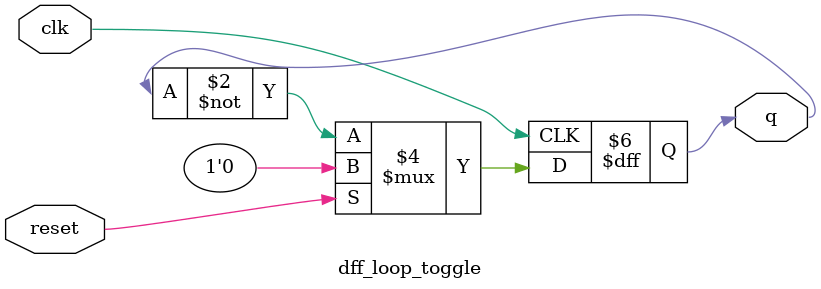
<source format=v>
module dff_loop_toggle (
    input clk,
    input reset,
    output reg q
);
    always @(posedge clk) begin
        if (reset)
            q <= 1'b0;
        else
            q <= ~q;
    end
endmodule
</source>
